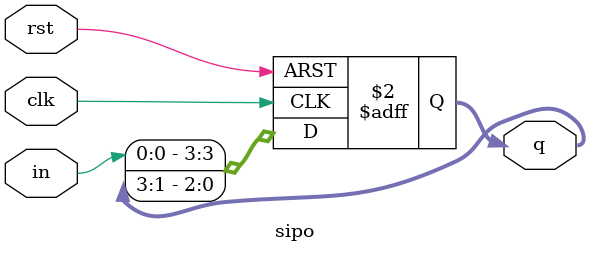
<source format=v>
module sipo(clk,in,rst,q);
  input clk,rst;
  input in;
  output reg [3:0]q;
 
  always @ (posedge clk, posedge rst)
    begin
      if(rst)
        q <= 0;
        else 
        q <= {in,q[3:1]};
    end 
endmodule
</source>
